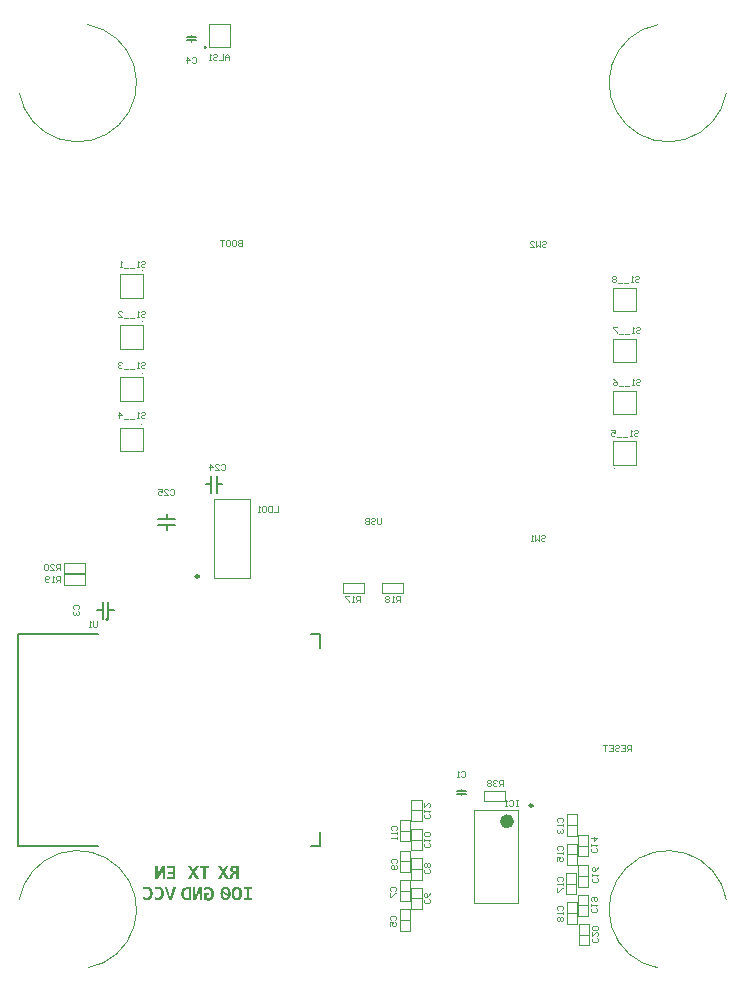
<source format=gbr>
%TF.GenerationSoftware,Altium Limited,Altium Designer,25.4.2 (15)*%
G04 Layer_Color=32896*
%FSLAX45Y45*%
%MOMM*%
%TF.SameCoordinates,19D022B1-5E63-46E7-B1F0-11DBF932BF25*%
%TF.FilePolarity,Positive*%
%TF.FileFunction,Legend,Bot*%
%TF.Part,Single*%
G01*
G75*
%TA.AperFunction,NonConductor*%
%ADD79C,0.20000*%
%ADD80C,0.10000*%
%ADD81C,0.25000*%
%ADD82C,0.60000*%
%ADD83C,0.10160*%
%ADD84C,0.25400*%
%ADD85C,0.12700*%
%ADD86C,0.15240*%
%ADD87C,0.10200*%
G36*
X1978723Y674637D02*
X1954476D01*
Y598138D01*
X1978723D01*
Y581033D01*
X1908990D01*
Y598138D01*
X1933236D01*
Y674637D01*
X1908990D01*
Y691554D01*
X1978723D01*
Y674637D01*
D02*
G37*
G36*
X1851286Y693246D02*
X1854669Y692870D01*
X1857676Y692306D01*
X1860308Y691742D01*
X1862375Y691178D01*
X1864067Y690614D01*
X1865195Y690238D01*
X1865383Y690050D01*
X1865571D01*
X1868578Y688547D01*
X1871398Y687043D01*
X1873841Y685163D01*
X1875909Y683472D01*
X1877600Y681968D01*
X1878916Y680652D01*
X1879668Y679900D01*
X1880044Y679524D01*
X1882111Y676705D01*
X1883991Y673886D01*
X1885683Y670878D01*
X1886998Y668059D01*
X1888126Y665427D01*
X1888878Y663548D01*
X1889254Y662796D01*
X1889442Y662232D01*
X1889630Y661856D01*
Y661668D01*
X1890757Y657345D01*
X1891509Y653022D01*
X1892261Y648699D01*
X1892637Y644564D01*
X1892825Y640993D01*
Y639489D01*
X1893013Y638173D01*
Y637233D01*
Y636482D01*
Y635918D01*
Y635730D01*
X1892825Y630655D01*
X1892449Y625956D01*
X1892073Y621633D01*
X1891321Y617498D01*
X1890569Y613738D01*
X1889630Y610355D01*
X1888502Y607160D01*
X1887562Y604340D01*
X1886622Y601897D01*
X1885495Y599641D01*
X1884555Y597762D01*
X1883803Y596258D01*
X1883051Y595130D01*
X1882487Y594379D01*
X1882299Y593815D01*
X1882111Y593627D01*
X1879856Y590995D01*
X1877600Y588928D01*
X1874969Y586860D01*
X1872337Y585356D01*
X1869518Y583853D01*
X1866887Y582725D01*
X1864067Y581785D01*
X1861436Y581033D01*
X1858992Y580282D01*
X1856737Y579906D01*
X1854669Y579530D01*
X1852790Y579342D01*
X1851286D01*
X1850158Y579154D01*
X1849218D01*
X1845835Y579342D01*
X1842452Y579718D01*
X1839444Y580094D01*
X1836813Y580845D01*
X1834745Y581409D01*
X1833054Y581785D01*
X1831926Y582161D01*
X1831550Y582349D01*
X1828543Y583853D01*
X1825911Y585356D01*
X1823468Y587048D01*
X1821212Y588740D01*
X1819521Y590243D01*
X1818393Y591559D01*
X1817453Y592311D01*
X1817265Y592687D01*
X1815010Y595506D01*
X1813130Y598514D01*
X1811438Y601521D01*
X1810123Y604340D01*
X1808995Y606972D01*
X1808055Y608851D01*
X1807867Y609603D01*
X1807679Y610167D01*
X1807491Y610543D01*
Y610731D01*
X1806363Y615054D01*
X1805424Y619377D01*
X1804860Y623700D01*
X1804296Y627835D01*
X1804108Y631407D01*
Y632910D01*
X1803920Y634226D01*
Y635166D01*
Y635918D01*
Y636482D01*
Y636670D01*
X1804108Y641744D01*
X1804484Y646443D01*
X1804860Y650955D01*
X1805612Y655090D01*
X1806551Y658849D01*
X1807491Y662232D01*
X1808431Y665427D01*
X1809371Y668247D01*
X1810499Y670690D01*
X1811438Y672946D01*
X1812378Y674825D01*
X1813318Y676329D01*
X1814070Y677457D01*
X1814446Y678209D01*
X1814822Y678773D01*
X1815010Y678961D01*
X1817265Y681592D01*
X1819521Y683660D01*
X1822152Y685727D01*
X1824783Y687419D01*
X1827603Y688734D01*
X1830234Y689862D01*
X1833054Y690802D01*
X1835685Y691554D01*
X1838129Y692306D01*
X1840384Y692682D01*
X1842452Y693058D01*
X1844331Y693246D01*
X1845835Y693433D01*
X1847903D01*
X1851286Y693246D01*
D02*
G37*
G36*
X1755802D02*
X1759373Y692870D01*
X1762569Y692118D01*
X1765388Y691554D01*
X1767644Y690802D01*
X1769335Y690050D01*
X1770463Y689674D01*
X1770651Y689486D01*
X1770839D01*
X1773846Y687795D01*
X1776478Y686103D01*
X1778921Y684223D01*
X1780989Y682344D01*
X1782680Y680652D01*
X1783808Y679336D01*
X1784748Y678397D01*
X1784936Y678021D01*
X1787004Y675201D01*
X1788695Y672194D01*
X1790199Y669187D01*
X1791327Y666179D01*
X1792266Y663736D01*
X1793018Y661856D01*
X1793206Y661104D01*
X1793394Y660540D01*
X1793582Y660165D01*
Y659977D01*
X1794522Y655841D01*
X1795274Y651706D01*
X1795650Y647571D01*
X1796026Y643812D01*
X1796214Y640617D01*
X1796402Y639113D01*
Y637985D01*
Y637045D01*
Y636294D01*
Y635918D01*
Y635730D01*
X1796214Y630279D01*
X1795838Y625392D01*
X1795462Y621069D01*
X1794898Y617310D01*
X1794522Y615618D01*
X1794334Y614114D01*
X1794146Y612987D01*
X1793770Y611859D01*
X1793582Y611107D01*
Y610543D01*
X1793394Y610167D01*
Y609979D01*
X1792078Y606220D01*
X1790763Y602649D01*
X1789259Y599641D01*
X1787943Y597198D01*
X1786628Y595130D01*
X1785688Y593627D01*
X1784936Y592687D01*
X1784748Y592311D01*
X1782492Y589868D01*
X1780237Y587988D01*
X1777981Y586108D01*
X1775914Y584793D01*
X1774222Y583665D01*
X1772719Y582913D01*
X1771779Y582537D01*
X1771403Y582349D01*
X1768395Y581221D01*
X1765576Y580470D01*
X1762569Y579906D01*
X1760125Y579530D01*
X1757870Y579342D01*
X1755990Y579154D01*
X1754486D01*
X1750727Y579342D01*
X1747156Y579718D01*
X1743961Y580282D01*
X1741141Y581033D01*
X1739074Y581785D01*
X1737382Y582349D01*
X1736254Y582725D01*
X1735878Y582913D01*
X1732871Y584605D01*
X1730240Y586296D01*
X1727796Y588176D01*
X1725729Y590055D01*
X1724225Y591747D01*
X1722909Y593063D01*
X1722157Y593815D01*
X1721969Y594191D01*
X1719902Y597198D01*
X1718210Y600205D01*
X1716519Y603213D01*
X1715391Y606220D01*
X1714451Y608664D01*
X1713699Y610731D01*
X1713511Y611483D01*
X1713323Y612047D01*
X1713135Y612235D01*
Y612423D01*
X1712195Y616558D01*
X1711444Y620693D01*
X1710880Y624828D01*
X1710504Y628587D01*
X1710316Y631783D01*
X1710128Y633286D01*
Y634414D01*
Y635354D01*
Y636106D01*
Y636482D01*
Y636670D01*
X1710316Y642120D01*
X1710692Y647007D01*
X1711068Y651518D01*
X1711632Y655278D01*
X1712007Y656781D01*
X1712383Y658285D01*
X1712571Y659413D01*
X1712759Y660540D01*
X1712947Y661292D01*
X1713135Y661856D01*
X1713323Y662232D01*
Y662420D01*
X1714639Y666179D01*
X1715955Y669751D01*
X1717458Y672758D01*
X1718962Y675201D01*
X1720278Y677269D01*
X1721218Y678773D01*
X1721969Y679524D01*
X1722157Y679900D01*
X1724225Y682344D01*
X1726480Y684411D01*
X1728736Y686103D01*
X1730803Y687607D01*
X1732495Y688734D01*
X1733999Y689486D01*
X1734939Y689862D01*
X1735315Y690050D01*
X1738322Y691178D01*
X1741141Y691930D01*
X1743961Y692682D01*
X1746592Y693058D01*
X1748848Y693246D01*
X1750539Y693433D01*
X1752043D01*
X1755802Y693246D01*
D02*
G37*
G36*
X1556485Y578189D02*
X1537501D01*
Y612397D01*
Y658260D01*
X1531486Y643975D01*
X1501976Y578189D01*
X1476414D01*
Y688709D01*
X1495398D01*
Y658072D01*
Y609390D01*
X1500849Y622171D01*
X1530922Y688709D01*
X1556485D01*
Y578189D01*
D02*
G37*
G36*
X1606670Y690401D02*
X1610993Y690025D01*
X1614752Y689273D01*
X1618136Y688521D01*
X1620955Y687769D01*
X1622083Y687393D01*
X1623023Y687017D01*
X1623962Y686829D01*
X1624526Y686642D01*
X1624714Y686454D01*
X1624902D01*
X1628474Y684762D01*
X1631669Y683070D01*
X1634676Y681191D01*
X1637120Y679311D01*
X1638999Y677619D01*
X1640503Y676304D01*
X1641443Y675364D01*
X1641819Y674988D01*
X1644262Y671981D01*
X1646330Y668973D01*
X1648021Y665778D01*
X1649525Y662959D01*
X1650653Y660327D01*
X1651405Y658448D01*
X1651781Y657696D01*
X1651969Y657132D01*
X1652156Y656756D01*
Y656568D01*
X1653284Y652433D01*
X1654224Y648110D01*
X1654788Y643975D01*
X1655352Y640027D01*
X1655540Y636832D01*
Y635328D01*
X1655728Y634201D01*
Y633073D01*
Y632321D01*
Y631945D01*
Y631757D01*
X1655540Y626870D01*
X1655164Y622359D01*
X1654600Y618224D01*
X1654036Y614653D01*
X1653472Y611833D01*
X1653096Y610518D01*
X1652908Y609578D01*
X1652720Y608826D01*
X1652532Y608262D01*
X1652344Y607886D01*
Y607698D01*
X1651029Y603939D01*
X1649337Y600556D01*
X1647833Y597548D01*
X1646142Y595105D01*
X1644826Y593037D01*
X1643698Y591534D01*
X1642758Y590594D01*
X1642571Y590218D01*
X1640127Y587775D01*
X1637496Y585707D01*
X1634864Y583827D01*
X1632421Y582324D01*
X1630165Y581196D01*
X1628474Y580444D01*
X1627346Y579880D01*
X1627158Y579692D01*
X1626970D01*
X1623399Y578565D01*
X1619827Y577813D01*
X1616444Y577061D01*
X1613249Y576685D01*
X1610429Y576497D01*
X1609302D01*
X1608174Y576309D01*
X1602723D01*
X1599340Y576497D01*
X1596332Y576873D01*
X1593513Y577249D01*
X1591445Y577437D01*
X1589754Y577813D01*
X1588626Y578001D01*
X1588250D01*
X1585243Y578565D01*
X1582235Y579504D01*
X1579604Y580256D01*
X1577160Y581196D01*
X1575093Y581948D01*
X1573589Y582512D01*
X1572649Y582888D01*
X1572273Y583076D01*
Y642095D01*
X1611557D01*
Y624991D01*
X1592761D01*
Y596609D01*
X1593701Y596421D01*
X1594453Y596045D01*
X1595017Y595857D01*
X1595205D01*
X1596144Y595669D01*
X1596896Y595481D01*
X1597460Y595293D01*
X1597648D01*
X1598588Y595105D01*
X1599528D01*
X1600280Y594917D01*
X1603851D01*
X1606670Y595105D01*
X1609490Y595293D01*
X1611745Y595669D01*
X1613813Y596233D01*
X1615316Y596609D01*
X1616632Y596985D01*
X1617384Y597173D01*
X1617572Y597361D01*
X1619639Y598488D01*
X1621331Y599616D01*
X1623023Y600932D01*
X1624338Y602060D01*
X1625278Y603187D01*
X1626218Y604127D01*
X1626594Y604691D01*
X1626782Y604879D01*
X1629037Y608826D01*
X1629977Y610894D01*
X1630729Y612773D01*
X1631293Y614465D01*
X1631669Y615781D01*
X1632045Y616532D01*
Y616908D01*
X1632985Y622359D01*
X1633173Y625179D01*
X1633360Y627622D01*
X1633548Y629690D01*
Y631381D01*
Y632509D01*
Y632697D01*
Y632885D01*
X1633360Y636268D01*
X1633173Y639276D01*
X1632797Y642095D01*
X1632421Y644538D01*
X1632045Y646418D01*
X1631857Y647922D01*
X1631481Y648862D01*
Y649237D01*
X1630541Y651869D01*
X1629601Y654312D01*
X1628661Y656380D01*
X1627722Y658072D01*
X1626782Y659575D01*
X1626030Y660515D01*
X1625654Y661267D01*
X1625466Y661455D01*
X1623962Y663334D01*
X1622271Y664838D01*
X1620579Y666154D01*
X1619076Y667282D01*
X1617572Y668033D01*
X1616444Y668597D01*
X1615692Y668973D01*
X1615504Y669161D01*
X1613249Y670101D01*
X1610805Y670853D01*
X1608550Y671229D01*
X1606294Y671605D01*
X1604603Y671793D01*
X1603099Y671981D01*
X1598964D01*
X1596144Y671605D01*
X1593513Y671417D01*
X1591257Y671041D01*
X1589378Y670665D01*
X1587874Y670289D01*
X1586934Y670101D01*
X1586558Y669913D01*
X1583739Y669161D01*
X1581296Y668409D01*
X1578852Y667658D01*
X1576785Y666906D01*
X1575093Y666154D01*
X1573777Y665778D01*
X1573025Y665402D01*
X1572649Y665214D01*
Y685702D01*
X1578100Y687017D01*
X1580544Y687769D01*
X1582799Y688145D01*
X1584679Y688521D01*
X1585995Y688897D01*
X1586934Y689085D01*
X1587310D01*
X1592573Y690025D01*
X1595017Y690213D01*
X1597272Y690401D01*
X1599152Y690589D01*
X1601971D01*
X1606670Y690401D01*
D02*
G37*
G36*
X1461753Y578189D02*
X1433747D01*
X1428484Y578377D01*
X1423597Y578752D01*
X1419462Y579504D01*
X1415703Y580256D01*
X1414199Y580444D01*
X1412695Y580820D01*
X1411568Y581196D01*
X1410628Y581572D01*
X1409876Y581760D01*
X1409124Y581948D01*
X1408936Y582136D01*
X1408748D01*
X1404989Y583827D01*
X1401606Y585519D01*
X1398598Y587399D01*
X1396155Y589278D01*
X1394087Y590970D01*
X1392584Y592286D01*
X1391832Y593037D01*
X1391456Y593413D01*
X1389012Y596421D01*
X1386945Y599428D01*
X1385253Y602435D01*
X1383938Y605255D01*
X1382810Y607698D01*
X1382058Y609766D01*
X1381870Y610518D01*
X1381682Y611082D01*
X1381494Y611270D01*
Y611458D01*
X1380366Y615405D01*
X1379614Y619540D01*
X1379051Y623487D01*
X1378675Y627058D01*
X1378487Y630254D01*
X1378299Y631569D01*
Y632697D01*
Y633449D01*
Y634201D01*
Y634577D01*
Y634765D01*
X1378487Y639839D01*
X1378863Y644538D01*
X1379239Y648674D01*
X1379802Y652245D01*
X1380554Y655064D01*
X1380742Y656192D01*
X1380930Y657132D01*
X1381118Y658072D01*
X1381306Y658635D01*
X1381494Y658823D01*
Y659011D01*
X1382810Y662583D01*
X1384313Y665966D01*
X1386005Y668785D01*
X1387509Y671229D01*
X1388825Y673108D01*
X1389952Y674612D01*
X1390704Y675364D01*
X1391080Y675740D01*
X1393524Y677995D01*
X1396343Y680063D01*
X1398974Y681755D01*
X1401418Y683070D01*
X1403673Y684198D01*
X1405365Y684950D01*
X1406681Y685326D01*
X1406869Y685514D01*
X1407057D01*
X1410628Y686642D01*
X1414387Y687393D01*
X1418146Y687957D01*
X1421530Y688333D01*
X1424537Y688521D01*
X1425853Y688709D01*
X1461753D01*
Y578189D01*
D02*
G37*
G36*
X1299233Y582841D02*
X1271790D01*
X1237770Y693362D01*
X1259949D01*
X1278557Y627952D01*
X1284760Y604833D01*
X1290774Y626636D01*
X1309382Y693362D01*
X1333065D01*
X1299233Y582841D01*
D02*
G37*
G36*
X1184389Y694866D02*
X1188336Y694490D01*
X1191907Y693738D01*
X1194915Y693174D01*
X1197546Y692422D01*
X1199426Y691670D01*
X1200178Y691482D01*
X1200742Y691294D01*
X1200930Y691106D01*
X1201117D01*
X1204501Y689415D01*
X1207508Y687723D01*
X1210328Y685843D01*
X1212771Y683964D01*
X1214651Y682272D01*
X1216154Y680956D01*
X1216906Y680017D01*
X1217282Y679641D01*
X1219538Y676633D01*
X1221605Y673626D01*
X1223297Y670431D01*
X1224800Y667611D01*
X1225928Y664980D01*
X1226680Y663100D01*
X1227056Y662348D01*
X1227244Y661785D01*
X1227432Y661409D01*
Y661221D01*
X1228560Y657086D01*
X1229311Y652762D01*
X1230063Y648627D01*
X1230439Y644680D01*
X1230627Y641485D01*
Y639981D01*
X1230815Y638853D01*
Y637726D01*
Y636974D01*
Y636598D01*
Y636410D01*
X1230627Y631523D01*
X1230251Y626824D01*
X1229875Y622689D01*
X1229124Y619306D01*
X1228560Y616298D01*
X1228372Y615170D01*
X1228184Y614231D01*
X1227996Y613479D01*
X1227808Y612915D01*
X1227620Y612539D01*
Y612351D01*
X1226304Y608780D01*
X1224800Y605397D01*
X1223297Y602577D01*
X1221793Y599946D01*
X1220289Y598066D01*
X1219162Y596562D01*
X1218410Y595623D01*
X1218222Y595247D01*
X1215778Y592803D01*
X1213147Y590736D01*
X1210515Y588856D01*
X1208072Y587352D01*
X1205816Y586225D01*
X1204125Y585473D01*
X1202997Y584909D01*
X1202809Y584721D01*
X1202621D01*
X1199050Y583593D01*
X1195479Y582841D01*
X1191907Y582090D01*
X1188712Y581714D01*
X1185705Y581526D01*
X1184577D01*
X1183637Y581338D01*
X1178750D01*
X1176119Y581526D01*
X1173675Y581902D01*
X1171608Y582090D01*
X1169728Y582465D01*
X1168412Y582653D01*
X1167661Y582841D01*
X1167285D01*
X1162022Y584157D01*
X1159578Y584721D01*
X1157511Y585473D01*
X1155631Y586225D01*
X1154127Y586601D01*
X1153188Y586976D01*
X1152812Y587164D01*
Y606712D01*
X1154879Y605772D01*
X1156947Y604833D01*
X1157699Y604645D01*
X1158451Y604269D01*
X1158826Y604081D01*
X1159014D01*
X1161458Y603329D01*
X1163525Y602577D01*
X1164277Y602389D01*
X1165029Y602201D01*
X1165405Y602013D01*
X1165593D01*
X1168037Y601449D01*
X1170104Y600886D01*
X1170856Y600698D01*
X1171608D01*
X1171984Y600510D01*
X1172172D01*
X1174427Y600322D01*
X1176307Y600134D01*
X1178186D01*
X1181006Y600322D01*
X1183449Y600510D01*
X1185705Y600886D01*
X1187772Y601449D01*
X1189276Y601825D01*
X1190592Y602201D01*
X1191344Y602389D01*
X1191532Y602577D01*
X1193599Y603705D01*
X1195291Y604833D01*
X1196982Y606148D01*
X1198298Y607276D01*
X1199426Y608404D01*
X1200178Y609344D01*
X1200742Y609908D01*
X1200930Y610096D01*
X1202245Y611975D01*
X1203185Y614043D01*
X1204125Y615922D01*
X1204877Y617802D01*
X1205441Y619494D01*
X1205816Y620809D01*
X1206192Y621561D01*
Y621937D01*
X1207132Y627576D01*
X1207508Y630207D01*
X1207696Y632651D01*
Y634906D01*
X1207884Y636598D01*
Y637726D01*
Y637914D01*
Y638102D01*
Y641109D01*
X1207696Y644116D01*
X1207320Y646748D01*
X1207132Y649003D01*
X1206756Y650883D01*
X1206568Y652387D01*
X1206380Y653138D01*
Y653514D01*
X1205629Y656146D01*
X1204877Y658401D01*
X1203937Y660469D01*
X1203185Y662348D01*
X1202245Y663664D01*
X1201681Y664792D01*
X1201305Y665544D01*
X1201117Y665732D01*
X1199614Y667611D01*
X1198110Y669115D01*
X1196606Y670431D01*
X1195103Y671558D01*
X1193787Y672498D01*
X1192847Y673062D01*
X1192095Y673438D01*
X1191907Y673626D01*
X1189652Y674566D01*
X1187396Y675318D01*
X1185141Y675882D01*
X1183073Y676257D01*
X1181194Y676445D01*
X1179690Y676633D01*
X1178374D01*
X1174239Y676445D01*
X1172360Y676257D01*
X1170480Y675882D01*
X1168976Y675694D01*
X1167849Y675318D01*
X1166909Y675130D01*
X1166721D01*
X1161834Y673814D01*
X1159390Y673062D01*
X1157323Y672310D01*
X1155443Y671558D01*
X1154127Y670995D01*
X1153188Y670619D01*
X1152812Y670431D01*
Y691106D01*
X1155443Y691858D01*
X1157699Y692422D01*
X1158451Y692610D01*
X1159202Y692798D01*
X1159578Y692986D01*
X1159766D01*
X1162210Y693550D01*
X1164277Y693926D01*
X1165217D01*
X1165781Y694114D01*
X1166345D01*
X1168788Y694490D01*
X1170856Y694678D01*
X1171608Y694866D01*
X1172923D01*
X1175367Y695053D01*
X1180066D01*
X1184389Y694866D01*
D02*
G37*
G36*
X1089093D02*
X1093040Y694490D01*
X1096612Y693738D01*
X1099619Y693174D01*
X1102251Y692422D01*
X1104130Y691670D01*
X1104882Y691482D01*
X1105446Y691294D01*
X1105634Y691106D01*
X1105822D01*
X1109205Y689415D01*
X1112212Y687723D01*
X1115032Y685843D01*
X1117475Y683964D01*
X1119355Y682272D01*
X1120859Y680956D01*
X1121610Y680017D01*
X1121986Y679641D01*
X1124242Y676633D01*
X1126309Y673626D01*
X1128001Y670431D01*
X1129505Y667611D01*
X1130632Y664980D01*
X1131384Y663100D01*
X1131760Y662348D01*
X1131948Y661785D01*
X1132136Y661409D01*
Y661221D01*
X1133264Y657086D01*
X1134016Y652762D01*
X1134768Y648627D01*
X1135144Y644680D01*
X1135331Y641485D01*
Y639981D01*
X1135519Y638853D01*
Y637726D01*
Y636974D01*
Y636598D01*
Y636410D01*
X1135331Y631523D01*
X1134956Y626824D01*
X1134580Y622689D01*
X1133828Y619306D01*
X1133264Y616298D01*
X1133076Y615170D01*
X1132888Y614231D01*
X1132700Y613479D01*
X1132512Y612915D01*
X1132324Y612539D01*
Y612351D01*
X1131008Y608780D01*
X1129505Y605397D01*
X1128001Y602577D01*
X1126497Y599946D01*
X1124994Y598066D01*
X1123866Y596562D01*
X1123114Y595623D01*
X1122926Y595247D01*
X1120483Y592803D01*
X1117851Y590736D01*
X1115220Y588856D01*
X1112776Y587352D01*
X1110521Y586225D01*
X1108829Y585473D01*
X1107701Y584909D01*
X1107513Y584721D01*
X1107325D01*
X1103754Y583593D01*
X1100183Y582841D01*
X1096612Y582090D01*
X1093416Y581714D01*
X1090409Y581526D01*
X1089281D01*
X1088341Y581338D01*
X1083455D01*
X1080823Y581526D01*
X1078380Y581902D01*
X1076312Y582090D01*
X1074432Y582465D01*
X1073117Y582653D01*
X1072365Y582841D01*
X1071989D01*
X1066726Y584157D01*
X1064283Y584721D01*
X1062215Y585473D01*
X1060335Y586225D01*
X1058832Y586601D01*
X1057892Y586976D01*
X1057516Y587164D01*
Y606712D01*
X1059584Y605772D01*
X1061651Y604833D01*
X1062403Y604645D01*
X1063155Y604269D01*
X1063531Y604081D01*
X1063719D01*
X1066162Y603329D01*
X1068230Y602577D01*
X1068982Y602389D01*
X1069733Y602201D01*
X1070109Y602013D01*
X1070297D01*
X1072741Y601449D01*
X1074808Y600886D01*
X1075560Y600698D01*
X1076312D01*
X1076688Y600510D01*
X1076876D01*
X1079131Y600322D01*
X1081011Y600134D01*
X1082891D01*
X1085710Y600322D01*
X1088154Y600510D01*
X1090409Y600886D01*
X1092477Y601449D01*
X1093980Y601825D01*
X1095296Y602201D01*
X1096048Y602389D01*
X1096236Y602577D01*
X1098303Y603705D01*
X1099995Y604833D01*
X1101687Y606148D01*
X1103002Y607276D01*
X1104130Y608404D01*
X1104882Y609344D01*
X1105446Y609908D01*
X1105634Y610096D01*
X1106950Y611975D01*
X1107889Y614043D01*
X1108829Y615922D01*
X1109581Y617802D01*
X1110145Y619494D01*
X1110521Y620809D01*
X1110897Y621561D01*
Y621937D01*
X1111836Y627576D01*
X1112212Y630207D01*
X1112400Y632651D01*
Y634906D01*
X1112588Y636598D01*
Y637726D01*
Y637914D01*
Y638102D01*
Y641109D01*
X1112400Y644116D01*
X1112024Y646748D01*
X1111836Y649003D01*
X1111461Y650883D01*
X1111273Y652387D01*
X1111085Y653138D01*
Y653514D01*
X1110333Y656146D01*
X1109581Y658401D01*
X1108641Y660469D01*
X1107889Y662348D01*
X1106950Y663664D01*
X1106386Y664792D01*
X1106010Y665544D01*
X1105822Y665732D01*
X1104318Y667611D01*
X1102814Y669115D01*
X1101311Y670431D01*
X1099807Y671558D01*
X1098491Y672498D01*
X1097552Y673062D01*
X1096800Y673438D01*
X1096612Y673626D01*
X1094356Y674566D01*
X1092101Y675318D01*
X1089845Y675882D01*
X1087778Y676257D01*
X1085898Y676445D01*
X1084394Y676633D01*
X1083079D01*
X1078943Y676445D01*
X1077064Y676257D01*
X1075184Y675882D01*
X1073681Y675694D01*
X1072553Y675318D01*
X1071613Y675130D01*
X1071425D01*
X1066538Y673814D01*
X1064095Y673062D01*
X1062027Y672310D01*
X1060147Y671558D01*
X1058832Y670995D01*
X1057892Y670619D01*
X1057516Y670431D01*
Y691106D01*
X1060147Y691858D01*
X1062403Y692422D01*
X1063155Y692610D01*
X1063907Y692798D01*
X1064283Y692986D01*
X1064471D01*
X1066914Y693550D01*
X1068982Y693926D01*
X1069921D01*
X1070485Y694114D01*
X1071049D01*
X1073493Y694490D01*
X1075560Y694678D01*
X1076312Y694866D01*
X1077628D01*
X1080071Y695053D01*
X1084770D01*
X1089093Y694866D01*
D02*
G37*
G36*
X1746592Y819052D02*
X1780424Y762288D01*
X1755238D01*
X1734374Y802887D01*
X1713135Y762288D01*
X1686632D01*
X1721405Y819616D01*
X1690016Y872808D01*
X1714638D01*
X1733810Y834464D01*
X1753734Y872808D01*
X1778169D01*
X1746592Y819052D01*
D02*
G37*
G36*
X1865570Y762288D02*
X1844707D01*
Y808150D01*
X1840760D01*
X1838880Y807962D01*
X1837000Y807774D01*
X1835497Y807398D01*
X1834181Y806834D01*
X1833053Y806270D01*
X1832301Y805895D01*
X1831738Y805707D01*
X1831550Y805519D01*
X1830234Y804391D01*
X1828918Y803263D01*
X1827039Y800632D01*
X1826475Y799504D01*
X1825911Y798564D01*
X1825535Y798000D01*
Y797812D01*
X1809934Y762288D01*
X1785499D01*
X1803168Y799316D01*
X1804483Y801759D01*
X1805611Y804015D01*
X1806739Y805895D01*
X1807867Y807398D01*
X1808618Y808714D01*
X1809370Y809466D01*
X1809746Y810030D01*
X1809934Y810218D01*
X1811250Y811533D01*
X1812566Y812473D01*
X1813881Y813225D01*
X1815009Y813977D01*
X1815949Y814353D01*
X1816701Y814541D01*
X1817265Y814729D01*
X1817453D01*
X1813693Y815668D01*
X1812002Y816044D01*
X1810498Y816608D01*
X1809370Y816984D01*
X1808430Y817360D01*
X1807867Y817736D01*
X1807679D01*
X1804483Y819428D01*
X1803168Y820367D01*
X1802040Y821307D01*
X1801288Y822059D01*
X1800536Y822623D01*
X1800160Y822999D01*
X1799972Y823187D01*
X1797905Y826006D01*
X1796401Y828638D01*
X1795837Y829765D01*
X1795461Y830705D01*
X1795085Y831269D01*
Y831457D01*
X1793958Y835028D01*
X1793582Y836908D01*
X1793394Y838600D01*
X1793206Y840103D01*
Y841231D01*
Y841983D01*
Y842171D01*
X1793394Y845178D01*
X1793582Y847998D01*
X1794146Y850441D01*
X1794709Y852509D01*
X1795273Y854200D01*
X1795649Y855328D01*
X1796025Y856268D01*
X1796213Y856456D01*
X1797341Y858523D01*
X1798657Y860403D01*
X1799972Y861907D01*
X1801288Y863410D01*
X1802416Y864350D01*
X1803356Y865290D01*
X1804107Y865666D01*
X1804295Y865854D01*
X1806363Y867169D01*
X1808430Y868297D01*
X1810498Y869237D01*
X1812566Y869989D01*
X1814257Y870365D01*
X1815573Y870741D01*
X1816513Y871117D01*
X1816889D01*
X1822715Y872056D01*
X1825347Y872432D01*
X1827978Y872620D01*
X1830234Y872808D01*
X1865570D01*
Y762288D01*
D02*
G37*
G36*
X1493978Y819052D02*
X1527811Y762288D01*
X1502625D01*
X1481761Y802887D01*
X1460522Y762288D01*
X1434019D01*
X1468792Y819616D01*
X1437403Y872808D01*
X1462025D01*
X1481197Y834464D01*
X1501121Y872808D01*
X1525556D01*
X1493978Y819052D01*
D02*
G37*
G36*
X1617092Y855516D02*
X1586831D01*
Y762288D01*
X1565591D01*
Y855516D01*
X1535330D01*
Y872808D01*
X1617092D01*
Y855516D01*
D02*
G37*
G36*
X1238991Y755647D02*
X1220007D01*
Y789856D01*
Y835718D01*
X1213992Y821433D01*
X1184483Y755647D01*
X1158920D01*
Y866168D01*
X1177904D01*
Y835530D01*
Y786849D01*
X1183355Y799630D01*
X1213428Y866168D01*
X1238991D01*
Y755647D01*
D02*
G37*
G36*
X1326580D02*
X1260042D01*
Y773315D01*
X1305341D01*
Y803953D01*
X1262110D01*
Y821057D01*
X1305341D01*
Y848499D01*
X1260042D01*
Y866168D01*
X1326580D01*
Y755647D01*
D02*
G37*
%LPC*%
G36*
X1849406Y674637D02*
X1848466D01*
X1846211Y674450D01*
X1844331Y674262D01*
X1840760Y673134D01*
X1837753Y671630D01*
X1835309Y669751D01*
X1833430Y667871D01*
X1832114Y666367D01*
X1831362Y665239D01*
X1831174Y665052D01*
Y664864D01*
X1830234Y662984D01*
X1829482Y660916D01*
X1828167Y656217D01*
X1827227Y651518D01*
X1826475Y646631D01*
X1826287Y644564D01*
X1826099Y642496D01*
Y640617D01*
X1825911Y638925D01*
Y637609D01*
Y636670D01*
Y635918D01*
Y635730D01*
Y632346D01*
X1826099Y629339D01*
X1826287Y626520D01*
X1826475Y624076D01*
X1826851Y622197D01*
X1827039Y620693D01*
X1827227Y619753D01*
Y619377D01*
X1827791Y616934D01*
X1828355Y614678D01*
X1829107Y612611D01*
X1829858Y610919D01*
X1830422Y609415D01*
X1830986Y608476D01*
X1831174Y607724D01*
X1831362Y607536D01*
X1832490Y605844D01*
X1833618Y604528D01*
X1834745Y603213D01*
X1835873Y602273D01*
X1836813Y601333D01*
X1837565Y600769D01*
X1838129Y600581D01*
X1838317Y600393D01*
X1840008Y599641D01*
X1841700Y599078D01*
X1843392Y598514D01*
X1844895Y598326D01*
X1846399Y598138D01*
X1847527Y597950D01*
X1848466D01*
X1850722Y598138D01*
X1852602Y598326D01*
X1856173Y599453D01*
X1859180Y600957D01*
X1861624Y602837D01*
X1863503Y604528D01*
X1864819Y606032D01*
X1865571Y607160D01*
X1865759Y607348D01*
Y607536D01*
X1866699Y609415D01*
X1867450Y611483D01*
X1868766Y616182D01*
X1869706Y620881D01*
X1870270Y625768D01*
X1870646Y627835D01*
Y629903D01*
X1870834Y631783D01*
X1871022Y633474D01*
Y634790D01*
Y635730D01*
Y636482D01*
Y636670D01*
Y640053D01*
X1870834Y643060D01*
X1870646Y645880D01*
X1870458Y648135D01*
X1870270Y650203D01*
X1870082Y651518D01*
X1869894Y652458D01*
Y652834D01*
X1869330Y655466D01*
X1868766Y657721D01*
X1868014Y659789D01*
X1867450Y661480D01*
X1866887Y662796D01*
X1866323Y663924D01*
X1866135Y664488D01*
X1865947Y664676D01*
X1864819Y666367D01*
X1863691Y667871D01*
X1862563Y669187D01*
X1861436Y670126D01*
X1860496Y671066D01*
X1859744Y671630D01*
X1859180Y671818D01*
X1858992Y672006D01*
X1857301Y672946D01*
X1855609Y673510D01*
X1853729Y674074D01*
X1852038Y674262D01*
X1850722Y674450D01*
X1849406Y674637D01*
D02*
G37*
G36*
X1754111Y676517D02*
X1753359D01*
X1750915Y676329D01*
X1748848Y675953D01*
X1746780Y675201D01*
X1745088Y674450D01*
X1743773Y673698D01*
X1742833Y672946D01*
X1742081Y672570D01*
X1741893Y672382D01*
X1740201Y670690D01*
X1738698Y668811D01*
X1737382Y666743D01*
X1736254Y664864D01*
X1735315Y662984D01*
X1734751Y661480D01*
X1734375Y660540D01*
X1734187Y660353D01*
Y660165D01*
X1775538Y630279D01*
Y631407D01*
Y632346D01*
Y632910D01*
Y633098D01*
Y634226D01*
Y635354D01*
Y636106D01*
Y636294D01*
Y640053D01*
X1775350Y643436D01*
X1774974Y646443D01*
X1774598Y649075D01*
X1774410Y651142D01*
X1774034Y652834D01*
X1773846Y653774D01*
Y654150D01*
X1773094Y656781D01*
X1772343Y659225D01*
X1771591Y661292D01*
X1770839Y663172D01*
X1770275Y664676D01*
X1769711Y665615D01*
X1769335Y666367D01*
X1769147Y666555D01*
X1768020Y668435D01*
X1766704Y669938D01*
X1765576Y671254D01*
X1764448Y672194D01*
X1763509Y672946D01*
X1762757Y673698D01*
X1762381Y673886D01*
X1762193Y674074D01*
X1760689Y674825D01*
X1758997Y675577D01*
X1757494Y675953D01*
X1756178Y676141D01*
X1755050Y676329D01*
X1754111Y676517D01*
D02*
G37*
G36*
X1731179Y641744D02*
Y640617D01*
Y639677D01*
Y638925D01*
Y638737D01*
X1730991Y637797D01*
Y636858D01*
Y636106D01*
Y635918D01*
Y632159D01*
X1731179Y628963D01*
X1731555Y625956D01*
X1731743Y623324D01*
X1732119Y621257D01*
X1732495Y619565D01*
X1732683Y618625D01*
Y618249D01*
X1733435Y615618D01*
X1734187Y613175D01*
X1734939Y610919D01*
X1735690Y609227D01*
X1736254Y607724D01*
X1736818Y606596D01*
X1737194Y605844D01*
X1737382Y605656D01*
X1738510Y603965D01*
X1739826Y602461D01*
X1740953Y601145D01*
X1742081Y600205D01*
X1743021Y599453D01*
X1743773Y598702D01*
X1744337Y598514D01*
X1744525Y598326D01*
X1746028Y597574D01*
X1747720Y597010D01*
X1749224Y596634D01*
X1750539Y596446D01*
X1751667Y596258D01*
X1752607Y596070D01*
X1753359D01*
X1755802Y596258D01*
X1757870Y596634D01*
X1759937Y597198D01*
X1761629Y597950D01*
X1762945Y598702D01*
X1763884Y599266D01*
X1764636Y599641D01*
X1764824Y599829D01*
X1766516Y601521D01*
X1768020Y603401D01*
X1769335Y605468D01*
X1770463Y607348D01*
X1771215Y609227D01*
X1771779Y610731D01*
X1772155Y611671D01*
X1772343Y612047D01*
X1731179Y641744D01*
D02*
G37*
G36*
X1440889Y671229D02*
X1430364D01*
X1427356Y671041D01*
X1424537Y670853D01*
X1422093Y670477D01*
X1420214Y669913D01*
X1418522Y669349D01*
X1417206Y668973D01*
X1416455Y668785D01*
X1416267Y668597D01*
X1414199Y667658D01*
X1412320Y666342D01*
X1410816Y665214D01*
X1409500Y664086D01*
X1408372Y662959D01*
X1407621Y662019D01*
X1407245Y661455D01*
X1407057Y661267D01*
X1405929Y659387D01*
X1404801Y657320D01*
X1404049Y655252D01*
X1403297Y653373D01*
X1402734Y651681D01*
X1402358Y650365D01*
X1402170Y649613D01*
Y649237D01*
X1401230Y643787D01*
X1401042Y641155D01*
X1400854Y638712D01*
X1400666Y636644D01*
Y634953D01*
Y633825D01*
Y633637D01*
Y633449D01*
Y629878D01*
X1401042Y626682D01*
X1401418Y623487D01*
X1401982Y620668D01*
X1402546Y618036D01*
X1403297Y615781D01*
X1403861Y613713D01*
X1404613Y611833D01*
X1405365Y610142D01*
X1406117Y608638D01*
X1406869Y607510D01*
X1407433Y606383D01*
X1407996Y605631D01*
X1408372Y605067D01*
X1408560Y604879D01*
X1408748Y604691D01*
X1410252Y603187D01*
X1411944Y601684D01*
X1415703Y599428D01*
X1419462Y597924D01*
X1423221Y596797D01*
X1426604Y596233D01*
X1428108Y595857D01*
X1429424D01*
X1430364Y595669D01*
X1440889D01*
Y671229D01*
D02*
G37*
G36*
X1844707Y855516D02*
X1835685D01*
X1832113Y855328D01*
X1828918Y854952D01*
X1826287Y854388D01*
X1824031Y853824D01*
X1822340Y853072D01*
X1821212Y852509D01*
X1820460Y852133D01*
X1820272Y851945D01*
X1818580Y850441D01*
X1817265Y848561D01*
X1816325Y846682D01*
X1815573Y844802D01*
X1815197Y843111D01*
X1815009Y841607D01*
Y840667D01*
Y840479D01*
Y840291D01*
X1815197Y837472D01*
X1815761Y835404D01*
X1816137Y834464D01*
X1816513Y833901D01*
X1816701Y833525D01*
Y833337D01*
X1818016Y831269D01*
X1819332Y829765D01*
X1820460Y828638D01*
X1820836Y828450D01*
X1821024Y828262D01*
X1823091Y826946D01*
X1825347Y826006D01*
X1826287Y825630D01*
X1826851Y825442D01*
X1827414Y825254D01*
X1827602D01*
X1830610Y824691D01*
X1833429Y824503D01*
X1834745Y824315D01*
X1844707D01*
Y855516D01*
D02*
G37*
%LPD*%
D79*
X759080Y2955480D02*
G03*
X759080Y2955480I-10000J0D01*
G01*
D80*
X5049280Y5536120D02*
G03*
X5049280Y5536120I-5000J0D01*
G01*
Y4663618D02*
G03*
X5049280Y4663618I-5000J0D01*
G01*
Y4235331D02*
G03*
X5049280Y4235331I-5000J0D01*
G01*
X1048200Y4610410D02*
G03*
X1048200Y4610410I-5000J0D01*
G01*
Y5038697D02*
G03*
X1048200Y5038697I-5000J0D01*
G01*
Y5479159D02*
G03*
X1048200Y5479159I-5000J0D01*
G01*
Y5911200D02*
G03*
X1048200Y5911200I-5000J0D01*
G01*
X5049280Y5104080D02*
G03*
X5049280Y5104080I-5000J0D01*
G01*
D81*
X4352500Y1380000D02*
G03*
X4352500Y1380000I-12500J0D01*
G01*
X1526600Y3321300D02*
G03*
X1526600Y3321300I-12500J0D01*
G01*
D82*
X4164920Y1247420D02*
G03*
X4164920Y1247420I-30000J0D01*
G01*
D83*
X7596Y7413176D02*
G03*
X586824Y7992404I492404J86824D01*
G01*
X5413176D02*
G03*
X5992404Y7413176I86824J-492404D01*
G01*
Y586824D02*
G03*
X5413176Y7596I-492404J-86824D01*
G01*
X586824D02*
G03*
X7596Y586824I-86824J492404D01*
G01*
X5031780Y5766121D02*
X5231780D01*
X5031780Y5566121D02*
X5231780D01*
Y5766121D01*
X5031780Y5566121D02*
Y5766121D01*
Y4893618D02*
X5231780D01*
X5031780Y4693618D02*
X5231780D01*
Y4893618D01*
X5031780Y4693618D02*
Y4893618D01*
Y4465331D02*
X5231780D01*
X5031780Y4265331D02*
X5231780D01*
Y4465331D01*
X5031780Y4265331D02*
Y4465331D01*
X855700Y4380410D02*
X1055700D01*
X855700Y4580410D02*
X1055700D01*
X855700Y4380410D02*
Y4580410D01*
X1055700Y4380410D02*
Y4580410D01*
X855700Y4808697D02*
X1055700D01*
X855700Y5008697D02*
X1055700D01*
X855700Y4808697D02*
Y5008697D01*
X1055700Y4808697D02*
Y5008697D01*
X855700Y5249159D02*
X1055700D01*
X855700Y5449159D02*
X1055700D01*
X855700Y5249159D02*
Y5449159D01*
X1055700Y5249159D02*
Y5449159D01*
X855700Y5681200D02*
X1055700D01*
X855700Y5881200D02*
X1055700D01*
X855700Y5681200D02*
Y5881200D01*
X1055700Y5681200D02*
Y5881200D01*
X5031780Y5334080D02*
X5231780D01*
X5031780Y5134080D02*
X5231780D01*
Y5334080D01*
X5031780Y5134080D02*
Y5334080D01*
X4230000Y552500D02*
Y1342500D01*
X3860000Y552500D02*
Y1342500D01*
X4230000D01*
X3860000Y552500D02*
X4230000D01*
X1651600Y3976300D02*
X1961600D01*
X1651600Y3306300D02*
X1961600D01*
Y3976300D01*
X1651600Y3306300D02*
Y3976300D01*
X1790000Y7800000D02*
Y8000000D01*
X1612500D02*
X1790000D01*
X1612500Y7800000D02*
Y8000000D01*
Y7800000D02*
X1790000D01*
X1462400Y7847140D02*
Y7862380D01*
Y7887780D02*
Y7903020D01*
X3750000Y1507700D02*
Y1522940D01*
Y1467060D02*
Y1482300D01*
X3069743Y3816299D02*
Y3773979D01*
X3061279Y3765515D01*
X3044351D01*
X3035887Y3773979D01*
Y3816299D01*
X2985104Y3807835D02*
X2993567Y3816299D01*
X3010495D01*
X3018959Y3807835D01*
Y3799371D01*
X3010495Y3790907D01*
X2993567D01*
X2985104Y3782443D01*
Y3773979D01*
X2993567Y3765515D01*
X3010495D01*
X3018959Y3773979D01*
X2968176Y3816299D02*
Y3765515D01*
X2942784D01*
X2934320Y3773979D01*
Y3782443D01*
X2942784Y3790907D01*
X2968176D01*
X2942784D01*
X2934320Y3799371D01*
Y3807835D01*
X2942784Y3816299D01*
X2968176D01*
X5217128Y5854505D02*
X5225592Y5862969D01*
X5242519D01*
X5250983Y5854505D01*
Y5846041D01*
X5242519Y5837577D01*
X5225592D01*
X5217128Y5829113D01*
Y5820649D01*
X5225592Y5812185D01*
X5242519D01*
X5250983Y5820649D01*
X5200200Y5812185D02*
X5183272D01*
X5191736D01*
Y5862969D01*
X5200200Y5854505D01*
X5157880Y5803721D02*
X5124025D01*
X5107097D02*
X5073241D01*
X5056313Y5854505D02*
X5047849Y5862969D01*
X5030921D01*
X5022458Y5854505D01*
Y5846041D01*
X5030921Y5837577D01*
X5022458Y5829113D01*
Y5820649D01*
X5030921Y5812185D01*
X5047849D01*
X5056313Y5820649D01*
Y5829113D01*
X5047849Y5837577D01*
X5056313Y5846041D01*
Y5854505D01*
X5047849Y5837577D02*
X5030921D01*
X5225109Y5420632D02*
X5233573Y5429096D01*
X5250501D01*
X5258965Y5420632D01*
Y5412168D01*
X5250501Y5403704D01*
X5233573D01*
X5225109Y5395240D01*
Y5386777D01*
X5233573Y5378313D01*
X5250501D01*
X5258965Y5386777D01*
X5208182Y5378313D02*
X5191254D01*
X5199718D01*
Y5429096D01*
X5208182Y5420632D01*
X5165862Y5369849D02*
X5132006D01*
X5115078D02*
X5081223D01*
X5064295Y5429096D02*
X5030439D01*
Y5420632D01*
X5064295Y5386777D01*
Y5378313D01*
X5225101Y4985207D02*
X5233565Y4993671D01*
X5250493D01*
X5258957Y4985207D01*
Y4976743D01*
X5250493Y4968279D01*
X5233565D01*
X5225101Y4959815D01*
Y4951352D01*
X5233565Y4942887D01*
X5250493D01*
X5258957Y4951352D01*
X5208173Y4942887D02*
X5191246D01*
X5199709D01*
Y4993671D01*
X5208173Y4985207D01*
X5165854Y4934423D02*
X5131998D01*
X5115070D02*
X5081215D01*
X5030431Y4993671D02*
X5047359Y4985207D01*
X5064287Y4968279D01*
Y4951352D01*
X5055823Y4942887D01*
X5038895D01*
X5030431Y4951352D01*
Y4959815D01*
X5038895Y4968279D01*
X5064287D01*
X5209146Y4552928D02*
X5217610Y4561391D01*
X5234538D01*
X5243002Y4552928D01*
Y4544464D01*
X5234538Y4536000D01*
X5217610D01*
X5209146Y4527536D01*
Y4519072D01*
X5217610Y4510608D01*
X5234538D01*
X5243002Y4519072D01*
X5192218Y4510608D02*
X5175290D01*
X5183754D01*
Y4561391D01*
X5192218Y4552928D01*
X5149899Y4502144D02*
X5116043D01*
X5099115D02*
X5065259D01*
X5014476Y4561391D02*
X5048332D01*
Y4536000D01*
X5031404Y4544464D01*
X5022940D01*
X5014476Y4536000D01*
Y4519072D01*
X5022940Y4510608D01*
X5039867D01*
X5048332Y4519072D01*
X1034158Y4700443D02*
X1042622Y4708907D01*
X1059550D01*
X1068014Y4700443D01*
Y4691979D01*
X1059550Y4683515D01*
X1042622D01*
X1034158Y4675051D01*
Y4666587D01*
X1042622Y4658123D01*
X1059550D01*
X1068014Y4666587D01*
X1017230Y4658123D02*
X1000303D01*
X1008766D01*
Y4708907D01*
X1017230Y4700443D01*
X974911Y4649659D02*
X941055D01*
X924127D02*
X890272D01*
X847952Y4658123D02*
Y4708907D01*
X873344Y4683515D01*
X839488D01*
X1034142Y5128878D02*
X1042606Y5137342D01*
X1059534D01*
X1067998Y5128878D01*
Y5120414D01*
X1059534Y5111950D01*
X1042606D01*
X1034142Y5103486D01*
Y5095022D01*
X1042606Y5086558D01*
X1059534D01*
X1067998Y5095022D01*
X1017214Y5086558D02*
X1000286D01*
X1008750D01*
Y5137342D01*
X1017214Y5128878D01*
X974894Y5078094D02*
X941039D01*
X924111D02*
X890255D01*
X873327Y5128878D02*
X864863Y5137342D01*
X847936D01*
X839472Y5128878D01*
Y5120414D01*
X847936Y5111950D01*
X856400D01*
X847936D01*
X839472Y5103486D01*
Y5095022D01*
X847936Y5086558D01*
X864863D01*
X873327Y5095022D01*
X1035727Y5562100D02*
X1044191Y5570564D01*
X1061119D01*
X1069583Y5562100D01*
Y5553636D01*
X1061119Y5545172D01*
X1044191D01*
X1035727Y5536708D01*
Y5528244D01*
X1044191Y5519780D01*
X1061119D01*
X1069583Y5528244D01*
X1018799Y5519780D02*
X1001871D01*
X1010335D01*
Y5570564D01*
X1018799Y5562100D01*
X976479Y5511316D02*
X942624D01*
X925696D02*
X891840D01*
X841057Y5519780D02*
X874912D01*
X841057Y5553636D01*
Y5562100D01*
X849521Y5570564D01*
X866448D01*
X874912Y5562100D01*
X1036781Y5985772D02*
X1045245Y5994236D01*
X1062172D01*
X1070636Y5985772D01*
Y5977308D01*
X1062172Y5968844D01*
X1045245D01*
X1036781Y5960380D01*
Y5951916D01*
X1045245Y5943452D01*
X1062172D01*
X1070636Y5951916D01*
X1019853Y5943452D02*
X1002925D01*
X1011389D01*
Y5994236D01*
X1019853Y5985772D01*
X977533Y5934988D02*
X943678D01*
X926750D02*
X892894D01*
X875966Y5943452D02*
X859038D01*
X867502D01*
Y5994236D01*
X875966Y5985772D01*
X5183624Y1845960D02*
Y1896743D01*
X5158232D01*
X5149768Y1888279D01*
Y1871352D01*
X5158232Y1862888D01*
X5183624D01*
X5166696D02*
X5149768Y1845960D01*
X5098985Y1896743D02*
X5132840D01*
Y1845960D01*
X5098985D01*
X5132840Y1871352D02*
X5115913D01*
X5048201Y1888279D02*
X5056665Y1896743D01*
X5073593D01*
X5082057Y1888279D01*
Y1879815D01*
X5073593Y1871352D01*
X5056665D01*
X5048201Y1862888D01*
Y1854424D01*
X5056665Y1845960D01*
X5073593D01*
X5082057Y1854424D01*
X4997418Y1896743D02*
X5031273D01*
Y1845960D01*
X4997418D01*
X5031273Y1871352D02*
X5014346D01*
X4980490Y1896743D02*
X4946634D01*
X4963562D01*
Y1845960D01*
X4896990Y769149D02*
X4905453Y760685D01*
Y743757D01*
X4896990Y735293D01*
X4863134D01*
X4854670Y743757D01*
Y760685D01*
X4863134Y769149D01*
X4854670Y786077D02*
Y803004D01*
Y794541D01*
X4905453D01*
X4896990Y786077D01*
X4905453Y862252D02*
X4896990Y845324D01*
X4880062Y828396D01*
X4863134D01*
X4854670Y836860D01*
Y853788D01*
X4863134Y862252D01*
X4871598D01*
X4880062Y853788D01*
Y828396D01*
X4566933Y1002117D02*
X4558469Y1010581D01*
Y1027509D01*
X4566933Y1035973D01*
X4600789D01*
X4609253Y1027509D01*
Y1010581D01*
X4600789Y1002117D01*
X4609253Y985189D02*
Y968261D01*
Y976725D01*
X4558469D01*
X4566933Y985189D01*
X4558469Y909014D02*
Y942870D01*
X4583861D01*
X4575397Y925942D01*
Y917478D01*
X4583861Y909014D01*
X4600789D01*
X4609253Y917478D01*
Y934406D01*
X4600789Y942870D01*
X1893585Y6167715D02*
Y6116931D01*
X1868193D01*
X1859729Y6125395D01*
Y6133859D01*
X1868193Y6142323D01*
X1893585D01*
X1868193D01*
X1859729Y6150787D01*
Y6159251D01*
X1868193Y6167715D01*
X1893585D01*
X1817409D02*
X1834337D01*
X1842801Y6159251D01*
Y6125395D01*
X1834337Y6116931D01*
X1817409D01*
X1808946Y6125395D01*
Y6159251D01*
X1817409Y6167715D01*
X1766626D02*
X1783554D01*
X1792018Y6159251D01*
Y6125395D01*
X1783554Y6116931D01*
X1766626D01*
X1758162Y6125395D01*
Y6159251D01*
X1766626Y6167715D01*
X1741234D02*
X1707379D01*
X1724306D01*
Y6116931D01*
X4436273Y6151765D02*
X4444737Y6160229D01*
X4461664D01*
X4470128Y6151765D01*
Y6143301D01*
X4461664Y6134837D01*
X4444737D01*
X4436273Y6126373D01*
Y6117909D01*
X4444737Y6109445D01*
X4461664D01*
X4470128Y6117909D01*
X4419345Y6160229D02*
Y6109445D01*
X4402417Y6126373D01*
X4385489Y6109445D01*
Y6160229D01*
X4334706Y6109445D02*
X4368561D01*
X4334706Y6143301D01*
Y6151765D01*
X4343170Y6160229D01*
X4360097D01*
X4368561Y6151765D01*
X4426467Y3666401D02*
X4434931Y3674865D01*
X4451859D01*
X4460323Y3666401D01*
Y3657937D01*
X4451859Y3649474D01*
X4434931D01*
X4426467Y3641009D01*
Y3632546D01*
X4434931Y3624082D01*
X4451859D01*
X4460323Y3632546D01*
X4409540Y3674865D02*
Y3624082D01*
X4392612Y3641009D01*
X4375684Y3624082D01*
Y3674865D01*
X4358756Y3624082D02*
X4341828D01*
X4350292D01*
Y3674865D01*
X4358756Y3666401D01*
X355502Y3376963D02*
Y3427746D01*
X330110D01*
X321646Y3419282D01*
Y3402355D01*
X330110Y3393891D01*
X355502D01*
X338574D02*
X321646Y3376963D01*
X270863D02*
X304718D01*
X270863Y3410818D01*
Y3419282D01*
X279326Y3427746D01*
X296254D01*
X304718Y3419282D01*
X253935D02*
X245471Y3427746D01*
X228543D01*
X220079Y3419282D01*
Y3385427D01*
X228543Y3376963D01*
X245471D01*
X253935Y3385427D01*
Y3419282D01*
X354237Y3272089D02*
Y3322872D01*
X328845D01*
X320381Y3314408D01*
Y3297481D01*
X328845Y3289017D01*
X354237D01*
X337309D02*
X320381Y3272089D01*
X303453D02*
X286525D01*
X294989D01*
Y3322872D01*
X303453Y3314408D01*
X261133Y3280553D02*
X252669Y3272089D01*
X235741D01*
X227278Y3280553D01*
Y3314408D01*
X235741Y3322872D01*
X252669D01*
X261133Y3314408D01*
Y3305944D01*
X252669Y3297481D01*
X227278D01*
X1470864Y7709064D02*
X1479327Y7717528D01*
X1496255D01*
X1504719Y7709064D01*
Y7675209D01*
X1496255Y7666745D01*
X1479327D01*
X1470864Y7675209D01*
X1428544Y7666745D02*
Y7717528D01*
X1453936Y7692137D01*
X1420080D01*
X1785605Y7696519D02*
Y7730374D01*
X1768677Y7747302D01*
X1751750Y7730374D01*
Y7696519D01*
Y7721910D01*
X1785605D01*
X1734822Y7747302D02*
Y7696519D01*
X1700966D01*
X1650183Y7738838D02*
X1658646Y7747302D01*
X1675574D01*
X1684038Y7738838D01*
Y7730374D01*
X1675574Y7721910D01*
X1658646D01*
X1650183Y7713446D01*
Y7704983D01*
X1658646Y7696519D01*
X1675574D01*
X1684038Y7704983D01*
X1633255Y7696519D02*
X1616327D01*
X1624791D01*
Y7747302D01*
X1633255Y7738838D01*
X472476Y3043406D02*
X464012Y3051869D01*
Y3068797D01*
X472476Y3077261D01*
X506331D01*
X514796Y3068797D01*
Y3051869D01*
X506331Y3043406D01*
X472476Y3026478D02*
X464012Y3018014D01*
Y3001086D01*
X472476Y2992622D01*
X480940D01*
X489404Y3001086D01*
Y3009550D01*
Y3001086D01*
X497868Y2992622D01*
X506331D01*
X514796Y3001086D01*
Y3018014D01*
X506331Y3026478D01*
X2199657Y3919200D02*
Y3868417D01*
X2165802D01*
X2148874Y3919200D02*
Y3868417D01*
X2123482D01*
X2115018Y3876881D01*
Y3910736D01*
X2123482Y3919200D01*
X2148874D01*
X2072698D02*
X2089626D01*
X2098090Y3910736D01*
Y3876881D01*
X2089626Y3868417D01*
X2072698D01*
X2064235Y3876881D01*
Y3910736D01*
X2072698Y3919200D01*
X2047307Y3868417D02*
X2030379D01*
X2038843D01*
Y3919200D01*
X2047307Y3910736D01*
X1283856Y4052328D02*
X1292320Y4060791D01*
X1309248D01*
X1317712Y4052328D01*
Y4018472D01*
X1309248Y4010008D01*
X1292320D01*
X1283856Y4018472D01*
X1233072Y4010008D02*
X1266928D01*
X1233072Y4043864D01*
Y4052328D01*
X1241536Y4060791D01*
X1258464D01*
X1266928Y4052328D01*
X1182289Y4060791D02*
X1216145D01*
Y4035400D01*
X1199217Y4043864D01*
X1190753D01*
X1182289Y4035400D01*
Y4018472D01*
X1190753Y4010008D01*
X1207681D01*
X1216145Y4018472D01*
X1715307Y4268184D02*
X1723770Y4276648D01*
X1740698D01*
X1749162Y4268184D01*
Y4234329D01*
X1740698Y4225865D01*
X1723770D01*
X1715307Y4234329D01*
X1664523Y4225865D02*
X1698379D01*
X1664523Y4259720D01*
Y4268184D01*
X1672987Y4276648D01*
X1689915D01*
X1698379Y4268184D01*
X1622204Y4225865D02*
Y4276648D01*
X1647595Y4251256D01*
X1613740D01*
X3228946Y3107099D02*
Y3157882D01*
X3203554D01*
X3195090Y3149418D01*
Y3132491D01*
X3203554Y3124027D01*
X3228946D01*
X3212018D02*
X3195090Y3107099D01*
X3178162D02*
X3161234D01*
X3169698D01*
Y3157882D01*
X3178162Y3149418D01*
X3135842D02*
X3127378Y3157882D01*
X3110450D01*
X3101987Y3149418D01*
Y3140954D01*
X3110450Y3132491D01*
X3101987Y3124027D01*
Y3115563D01*
X3110450Y3107099D01*
X3127378D01*
X3135842Y3115563D01*
Y3124027D01*
X3127378Y3132491D01*
X3135842Y3140954D01*
Y3149418D01*
X3127378Y3132491D02*
X3110450D01*
X2895619Y3105180D02*
Y3155964D01*
X2870227D01*
X2861764Y3147500D01*
Y3130572D01*
X2870227Y3122108D01*
X2895619D01*
X2878691D02*
X2861764Y3105180D01*
X2844836D02*
X2827908D01*
X2836372D01*
Y3155964D01*
X2844836Y3147500D01*
X2802516Y3155964D02*
X2768660D01*
Y3147500D01*
X2802516Y3113645D01*
Y3105180D01*
X661836Y2940224D02*
Y2897905D01*
X653372Y2889440D01*
X636444D01*
X627981Y2897905D01*
Y2940224D01*
X611053Y2889440D02*
X594125D01*
X602589D01*
Y2940224D01*
X611053Y2931760D01*
X4569689Y1239081D02*
X4561225Y1247544D01*
Y1264472D01*
X4569689Y1272936D01*
X4603544D01*
X4612008Y1264472D01*
Y1247544D01*
X4603544Y1239081D01*
X4612008Y1222153D02*
Y1205225D01*
Y1213689D01*
X4561225D01*
X4569689Y1222153D01*
Y1179833D02*
X4561225Y1171369D01*
Y1154441D01*
X4569689Y1145977D01*
X4578153D01*
X4586616Y1154441D01*
Y1162905D01*
Y1154441D01*
X4595080Y1145977D01*
X4603544D01*
X4612008Y1154441D01*
Y1171369D01*
X4603544Y1179833D01*
X4099020Y1543046D02*
Y1593829D01*
X4073628D01*
X4065164Y1585365D01*
Y1568438D01*
X4073628Y1559974D01*
X4099020D01*
X4082092D02*
X4065164Y1543046D01*
X4048236Y1585365D02*
X4039772Y1593829D01*
X4022844D01*
X4014381Y1585365D01*
Y1576901D01*
X4022844Y1568438D01*
X4031308D01*
X4022844D01*
X4014381Y1559974D01*
Y1551510D01*
X4022844Y1543046D01*
X4039772D01*
X4048236Y1551510D01*
X3997453Y1585365D02*
X3988989Y1593829D01*
X3972061D01*
X3963597Y1585365D01*
Y1576901D01*
X3972061Y1568438D01*
X3963597Y1559974D01*
Y1551510D01*
X3972061Y1543046D01*
X3988989D01*
X3997453Y1551510D01*
Y1559974D01*
X3988989Y1568438D01*
X3997453Y1576901D01*
Y1585365D01*
X3988989Y1568438D02*
X3972061D01*
X4225700Y1431841D02*
X4208772D01*
X4217236D01*
Y1381057D01*
X4225700D01*
X4208772D01*
X4149525Y1423377D02*
X4157988Y1431841D01*
X4174916D01*
X4183380Y1423377D01*
Y1389521D01*
X4174916Y1381057D01*
X4157988D01*
X4149525Y1389521D01*
X4132597Y1381057D02*
X4115669D01*
X4124133D01*
Y1431841D01*
X4132597Y1423377D01*
X4895933Y263108D02*
X4904397Y254644D01*
Y237716D01*
X4895933Y229252D01*
X4862077D01*
X4853613Y237716D01*
Y254644D01*
X4862077Y263108D01*
X4853613Y313891D02*
Y280036D01*
X4887469Y313891D01*
X4895933D01*
X4904397Y305427D01*
Y288500D01*
X4895933Y280036D01*
Y330819D02*
X4904397Y339283D01*
Y356211D01*
X4895933Y364675D01*
X4862077D01*
X4853613Y356211D01*
Y339283D01*
X4862077Y330819D01*
X4895933D01*
X4889787Y511125D02*
X4898251Y502661D01*
Y485733D01*
X4889787Y477269D01*
X4855931D01*
X4847467Y485733D01*
Y502661D01*
X4855931Y511125D01*
X4847467Y528053D02*
Y544980D01*
Y536517D01*
X4898251D01*
X4889787Y528053D01*
X4855931Y570372D02*
X4847467Y578836D01*
Y595764D01*
X4855931Y604228D01*
X4889787D01*
X4898251Y595764D01*
Y578836D01*
X4889787Y570372D01*
X4881323D01*
X4872859Y578836D01*
Y604228D01*
X4569386Y496018D02*
X4560922Y504482D01*
Y521410D01*
X4569386Y529874D01*
X4603242D01*
X4611706Y521410D01*
Y504482D01*
X4603242Y496018D01*
X4611706Y479090D02*
Y462163D01*
Y470626D01*
X4560922D01*
X4569386Y479090D01*
Y436771D02*
X4560922Y428307D01*
Y411379D01*
X4569386Y402915D01*
X4577850D01*
X4586314Y411379D01*
X4594778Y402915D01*
X4603242D01*
X4611706Y411379D01*
Y428307D01*
X4603242Y436771D01*
X4594778D01*
X4586314Y428307D01*
X4577850Y436771D01*
X4569386D01*
X4586314Y428307D02*
Y411379D01*
X4568843Y739339D02*
X4560379Y747802D01*
Y764730D01*
X4568843Y773194D01*
X4602699D01*
X4611163Y764730D01*
Y747802D01*
X4602699Y739339D01*
X4611163Y722411D02*
Y705483D01*
Y713947D01*
X4560379D01*
X4568843Y722411D01*
X4560379Y680091D02*
Y646235D01*
X4568843D01*
X4602699Y680091D01*
X4611163D01*
X4893178Y1023019D02*
X4901642Y1014555D01*
Y997627D01*
X4893178Y989163D01*
X4859322D01*
X4850858Y997627D01*
Y1014555D01*
X4859322Y1023019D01*
X4850858Y1039947D02*
Y1056875D01*
Y1048411D01*
X4901642D01*
X4893178Y1039947D01*
X4850858Y1107658D02*
X4901642D01*
X4876250Y1082267D01*
Y1116122D01*
X3477556Y1309766D02*
X3486020Y1301302D01*
Y1284374D01*
X3477556Y1275910D01*
X3443701D01*
X3435237Y1284374D01*
Y1301302D01*
X3443701Y1309766D01*
X3435237Y1326694D02*
Y1343621D01*
Y1335158D01*
X3486020D01*
X3477556Y1326694D01*
X3435237Y1402869D02*
Y1369013D01*
X3469092Y1402869D01*
X3477556D01*
X3486020Y1394405D01*
Y1377477D01*
X3477556Y1369013D01*
X3159383Y1171000D02*
X3150919Y1179463D01*
Y1196391D01*
X3159383Y1204855D01*
X3193239D01*
X3201703Y1196391D01*
Y1179463D01*
X3193239Y1171000D01*
X3201703Y1154072D02*
Y1137144D01*
Y1145608D01*
X3150919D01*
X3159383Y1154072D01*
X3201703Y1111752D02*
Y1094824D01*
Y1103288D01*
X3150919D01*
X3159383Y1111752D01*
X3476012Y1066934D02*
X3484476Y1058470D01*
Y1041542D01*
X3476012Y1033078D01*
X3442156D01*
X3433692Y1041542D01*
Y1058470D01*
X3442156Y1066934D01*
X3433692Y1083861D02*
Y1100789D01*
Y1092325D01*
X3484476D01*
X3476012Y1083861D01*
Y1126181D02*
X3484476Y1134645D01*
Y1151573D01*
X3476012Y1160037D01*
X3442156D01*
X3433692Y1151573D01*
Y1134645D01*
X3442156Y1126181D01*
X3476012D01*
X3162455Y895899D02*
X3153992Y904363D01*
Y921291D01*
X3162455Y929755D01*
X3196311D01*
X3204775Y921291D01*
Y904363D01*
X3196311Y895899D01*
Y878972D02*
X3204775Y870508D01*
Y853580D01*
X3196311Y845116D01*
X3162455D01*
X3153992Y853580D01*
Y870508D01*
X3162455Y878972D01*
X3170919D01*
X3179383Y870508D01*
Y845116D01*
X3477557Y845625D02*
X3486020Y837161D01*
Y820233D01*
X3477557Y811769D01*
X3443701D01*
X3435237Y820233D01*
Y837161D01*
X3443701Y845625D01*
X3477557Y862553D02*
X3486020Y871017D01*
Y887944D01*
X3477557Y896408D01*
X3469093D01*
X3460629Y887944D01*
X3452165Y896408D01*
X3443701D01*
X3435237Y887944D01*
Y871017D01*
X3443701Y862553D01*
X3452165D01*
X3460629Y871017D01*
X3469093Y862553D01*
X3477557D01*
X3460629Y871017D02*
Y887944D01*
X3156311Y659212D02*
X3147847Y667676D01*
Y684604D01*
X3156311Y693068D01*
X3190166D01*
X3198630Y684604D01*
Y667676D01*
X3190166Y659212D01*
X3147847Y642284D02*
Y608429D01*
X3156311D01*
X3190166Y642284D01*
X3198630D01*
X3477557Y592039D02*
X3486020Y583575D01*
Y566648D01*
X3477557Y558184D01*
X3443701D01*
X3435237Y566648D01*
Y583575D01*
X3443701Y592039D01*
X3486020Y642823D02*
X3477557Y625895D01*
X3460629Y608967D01*
X3443701D01*
X3435237Y617431D01*
Y634359D01*
X3443701Y642823D01*
X3452165D01*
X3460629Y634359D01*
Y608967D01*
X3157847Y413316D02*
X3149383Y421779D01*
Y438707D01*
X3157847Y447171D01*
X3191703D01*
X3200167Y438707D01*
Y421779D01*
X3191703Y413316D01*
X3149383Y362532D02*
Y396388D01*
X3174775D01*
X3166311Y379460D01*
Y370996D01*
X3174775Y362532D01*
X3191703D01*
X3200167Y370996D01*
Y387924D01*
X3191703Y396388D01*
X3748974Y1668281D02*
X3757438Y1676745D01*
X3774366D01*
X3782830Y1668281D01*
Y1634425D01*
X3774366Y1625961D01*
X3757438D01*
X3748974Y1634425D01*
X3732047Y1625961D02*
X3715119D01*
X3723583D01*
Y1676745D01*
X3732047Y1668281D01*
D84*
X1582500Y7800000D02*
G03*
X1582500Y7800000I-2500J0D01*
G01*
D85*
X2550080Y1035480D02*
Y1159980D01*
X2477080Y1035480D02*
X2550080D01*
Y2710980D02*
Y2835480D01*
X2477080D02*
X2550080D01*
X80D02*
X672080D01*
X80Y1035480D02*
X672080D01*
X80D02*
Y2835480D01*
X1424300Y7862380D02*
X1500500D01*
X1424300Y7887780D02*
X1500500D01*
X3711900Y1507700D02*
X3788100D01*
X3711900Y1482300D02*
X3788100Y1482300D01*
D86*
X1676961Y4028880D02*
Y4171120D01*
X1631240Y4028880D02*
Y4171120D01*
X1676961Y4100000D02*
X1722680D01*
X1585520D02*
X1631240D01*
X1183480Y3758440D02*
X1325720D01*
X1183480Y3804160D02*
X1325720D01*
X1254600Y3712720D02*
Y3758440D01*
Y3804160D02*
Y3849880D01*
X667498Y3035000D02*
X713216Y3034999D01*
X758940Y3035000D02*
X804658Y3035000D01*
X713219Y2963880D02*
X713219Y3106119D01*
X758937Y2963880D02*
X758938Y3106119D01*
D87*
X4638769Y719432D02*
X4723770D01*
X4638769Y629432D02*
Y809433D01*
Y629432D02*
X4723770Y629432D01*
Y809433D01*
X4638769D02*
X4723770D01*
X4738085Y784198D02*
X4823085D01*
Y694198D02*
Y874198D01*
X4738085D02*
X4823085D01*
X4738085Y694198D02*
Y874198D01*
Y694198D02*
X4823085D01*
X4640559Y966715D02*
X4725560Y966715D01*
X4640559Y1056715D02*
X4640560Y876715D01*
X4725560Y876714D01*
Y1056715D01*
X4640559Y1056715D02*
X4725560Y1056715D01*
X4640559Y1215985D02*
X4725559D01*
X4640559Y1125985D02*
Y1305985D01*
Y1125985D02*
X4725559D01*
X4725558Y1305985D02*
X4725559Y1125985D01*
X4640559Y1305985D02*
X4725558D01*
X4738060Y1041714D02*
X4823060D01*
X4823060Y951714D02*
Y1131715D01*
X4738060D02*
X4823060D01*
X4738060Y951714D02*
Y1131715D01*
Y951714D02*
X4823060D01*
X3078367Y3178545D02*
Y3263545D01*
X3258367Y3178545D02*
Y3263545D01*
X3078367D02*
X3258367D01*
X3078367Y3178545D02*
X3258367D01*
X4741831Y197187D02*
X4826832Y197188D01*
X4741831Y197187D02*
X4741832Y377188D01*
X4826832D01*
Y197188D02*
Y377188D01*
X4741832Y287188D02*
X4826832D01*
X4738060Y446270D02*
X4823060Y446271D01*
X4738060Y446270D02*
Y626271D01*
X4823060D01*
Y446271D02*
Y626271D01*
X4738060Y536271D02*
X4823060D01*
X4640561Y561272D02*
X4725561D01*
Y381271D02*
Y561272D01*
X4640561Y381271D02*
X4725561D01*
X4640561D02*
X4640561Y561272D01*
X4640561Y471271D02*
X4725561Y471272D01*
X3327500Y596271D02*
X3412500Y596271D01*
X3327500Y506271D02*
Y686271D01*
Y506271D02*
X3412500D01*
Y686271D01*
X3327500Y686271D02*
X3412500Y686271D01*
X3230000Y909198D02*
X3315000D01*
X3315000Y819198D02*
Y999198D01*
X3230000D02*
X3315000D01*
X3230000Y819197D02*
Y999198D01*
Y819197D02*
X3315000Y819198D01*
X3327500Y1340985D02*
X3412500D01*
X3327500Y1250984D02*
Y1430985D01*
Y1250984D02*
X3412500Y1250985D01*
Y1430985D01*
X3327500D02*
X3412500D01*
X3230000Y412187D02*
X3315000D01*
X3315000Y502187D02*
X3315000Y322187D01*
X3230000Y502187D02*
X3315000D01*
X3230000Y322187D02*
Y502187D01*
Y322187D02*
X3315000D01*
X3230000Y661270D02*
X3315000D01*
X3315000Y571270D02*
Y751270D01*
X3230000Y751271D02*
X3315000Y751270D01*
X3230000Y751271D02*
X3230000Y571270D01*
X3315000Y571270D01*
X3327500Y844432D02*
X3412501D01*
X3327501Y934432D02*
X3327501Y754432D01*
X3412500D01*
X3412500Y934432D02*
X3412500Y754432D01*
X3327501Y934432D02*
X3412500D01*
X3327500Y1091715D02*
X3412500Y1091715D01*
X3327500Y1001715D02*
Y1181714D01*
Y1001715D02*
X3412500Y1001714D01*
X3412500Y1181715D02*
X3412500Y1001714D01*
X3327500Y1181714D02*
X3412500Y1181715D01*
X3230000Y1166714D02*
X3315000D01*
X3315000Y1076714D02*
Y1256715D01*
X3230000Y1256715D02*
X3315000Y1256715D01*
X3230000Y1256715D02*
X3230000Y1076714D01*
X3315000Y1076714D01*
X3942500Y1422500D02*
X4122500D01*
X3942500Y1507500D02*
X4122500D01*
Y1422500D02*
Y1507500D01*
X3942500Y1422500D02*
X3942500Y1507500D01*
X2749443Y3263541D02*
X2929443D01*
X2749443Y3178541D02*
X2929443D01*
X2749443D02*
Y3263541D01*
X2929443Y3178541D02*
Y3263541D01*
X385000Y3437500D02*
X565000D01*
X385000Y3352500D02*
X565000D01*
X385000D02*
Y3437500D01*
X565000Y3352500D02*
Y3437500D01*
X385000Y3337500D02*
X565000D01*
X385000Y3252500D02*
X565000D01*
X385000D02*
Y3337500D01*
X565000Y3252500D02*
Y3337500D01*
%TF.MD5,4a9b7f84e3098f71d259cd20eb252c30*%
M02*

</source>
